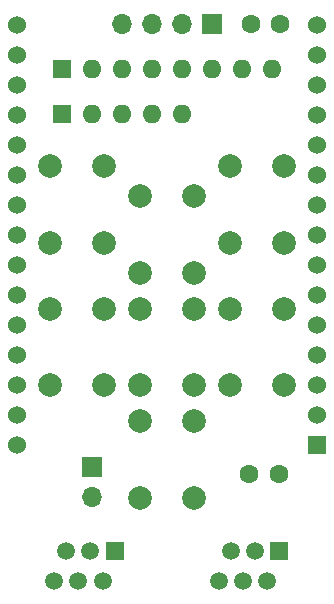
<source format=gbs>
%TF.GenerationSoftware,KiCad,Pcbnew,(6.0.1)*%
%TF.CreationDate,2022-03-05T18:57:41+09:00*%
%TF.ProjectId,SHC,5348432e-6b69-4636-9164-5f7063625858,rev?*%
%TF.SameCoordinates,Original*%
%TF.FileFunction,Soldermask,Bot*%
%TF.FilePolarity,Negative*%
%FSLAX46Y46*%
G04 Gerber Fmt 4.6, Leading zero omitted, Abs format (unit mm)*
G04 Created by KiCad (PCBNEW (6.0.1)) date 2022-03-05 18:57:41*
%MOMM*%
%LPD*%
G01*
G04 APERTURE LIST*
%ADD10R,1.520000X1.520000*%
%ADD11C,1.520000*%
%ADD12C,2.000000*%
%ADD13C,1.600000*%
%ADD14R,1.700000X1.700000*%
%ADD15O,1.700000X1.700000*%
%ADD16R,1.600000X1.600000*%
%ADD17O,1.600000X1.600000*%
%ADD18R,1.524000X1.524000*%
%ADD19C,1.524000*%
G04 APERTURE END LIST*
D10*
%TO.C,J3*%
X114945000Y-104245000D03*
D11*
X113925000Y-106785000D03*
X112905000Y-104245000D03*
X111885000Y-106785000D03*
X110865000Y-104245000D03*
X109845000Y-106785000D03*
%TD*%
D12*
%TO.C,F1*%
X109510000Y-71680000D03*
X109510000Y-78180000D03*
X114010000Y-78180000D03*
X114010000Y-71680000D03*
%TD*%
%TO.C,W1*%
X109510000Y-83745000D03*
X109510000Y-90245000D03*
X114010000Y-83745000D03*
X114010000Y-90245000D03*
%TD*%
D13*
%TO.C,C2*%
X128992000Y-59690000D03*
X126492000Y-59690000D03*
%TD*%
D10*
%TO.C,J1*%
X128905000Y-104245000D03*
D11*
X127885000Y-106785000D03*
X126865000Y-104245000D03*
X125845000Y-106785000D03*
X124825000Y-104245000D03*
X123805000Y-106785000D03*
%TD*%
D14*
%TO.C,OLED*%
X123180000Y-59690000D03*
D15*
X120640000Y-59690000D03*
X118100000Y-59690000D03*
X115560000Y-59690000D03*
%TD*%
D16*
%TO.C,RN2*%
X110470000Y-67310000D03*
D17*
X113010000Y-67310000D03*
X115550000Y-67310000D03*
X118090000Y-67310000D03*
X120630000Y-67310000D03*
%TD*%
D12*
%TO.C,N1*%
X117130000Y-80720000D03*
X117130000Y-74220000D03*
X121630000Y-80720000D03*
X121630000Y-74220000D03*
%TD*%
D18*
%TO.C,U1*%
X132080000Y-95275000D03*
D19*
X132080000Y-92735000D03*
X132080000Y-90195000D03*
X132080000Y-87655000D03*
X132080000Y-85115000D03*
X132080000Y-82575000D03*
X132080000Y-80035000D03*
X132080000Y-77495000D03*
X132080000Y-74955000D03*
X132080000Y-72415000D03*
X132080000Y-69875000D03*
X132080000Y-67335000D03*
X132080000Y-64795000D03*
X132080000Y-62255000D03*
X132080000Y-59715000D03*
X106680000Y-59715000D03*
X106680000Y-62255000D03*
X106680000Y-64795000D03*
X106680000Y-67335000D03*
X106680000Y-69875000D03*
X106680000Y-72415000D03*
X106680000Y-74955000D03*
X106680000Y-77495000D03*
X106680000Y-80035000D03*
X106680000Y-82575000D03*
X106680000Y-85115000D03*
X106680000Y-87655000D03*
X106680000Y-90195000D03*
X106680000Y-92735000D03*
X106680000Y-95275000D03*
%TD*%
D12*
%TO.C,F2*%
X124750000Y-78180000D03*
X124750000Y-71680000D03*
X129250000Y-78180000D03*
X129250000Y-71680000D03*
%TD*%
%TO.C,E1*%
X124750000Y-90245000D03*
X124750000Y-83745000D03*
X129250000Y-90245000D03*
X129250000Y-83745000D03*
%TD*%
D13*
%TO.C,C1*%
X126365000Y-97790000D03*
X128865000Y-97790000D03*
%TD*%
D16*
%TO.C,RN1*%
X110480000Y-63500000D03*
D17*
X113020000Y-63500000D03*
X115560000Y-63500000D03*
X118100000Y-63500000D03*
X120640000Y-63500000D03*
X123180000Y-63500000D03*
X125720000Y-63500000D03*
X128260000Y-63500000D03*
%TD*%
D12*
%TO.C,S1*%
X117130000Y-99770000D03*
X117130000Y-93270000D03*
X121630000Y-93270000D03*
X121630000Y-99770000D03*
%TD*%
D14*
%TO.C,J4*%
X113030000Y-97150000D03*
D15*
X113030000Y-99690000D03*
%TD*%
D12*
%TO.C,SHIFT1*%
X117130000Y-90245000D03*
X117130000Y-83745000D03*
X121630000Y-90245000D03*
X121630000Y-83745000D03*
%TD*%
M02*

</source>
